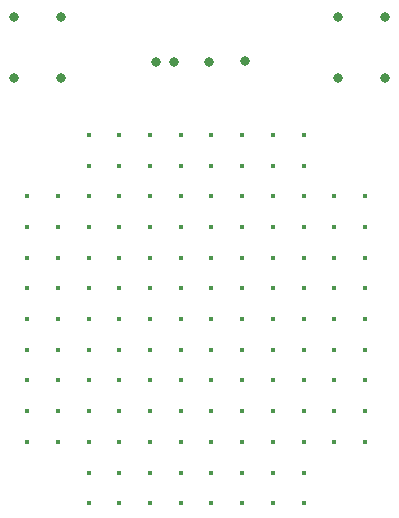
<source format=gbr>
G04 #@! TF.GenerationSoftware,KiCad,Pcbnew,(5.1.9-0-10_14)*
G04 #@! TF.CreationDate,2021-04-12T02:05:24-07:00*
G04 #@! TF.ProjectId,LED_array,4c45445f-6172-4726-9179-2e6b69636164,rev?*
G04 #@! TF.SameCoordinates,Original*
G04 #@! TF.FileFunction,Copper,L3,Inr*
G04 #@! TF.FilePolarity,Positive*
%FSLAX46Y46*%
G04 Gerber Fmt 4.6, Leading zero omitted, Abs format (unit mm)*
G04 Created by KiCad (PCBNEW (5.1.9-0-10_14)) date 2021-04-12 02:05:24*
%MOMM*%
%LPD*%
G01*
G04 APERTURE LIST*
G04 #@! TA.AperFunction,ViaPad*
%ADD10C,0.800000*%
G04 #@! TD*
G04 #@! TA.AperFunction,ViaPad*
%ADD11C,0.400000*%
G04 #@! TD*
G04 APERTURE END LIST*
D10*
X76000000Y-24400000D03*
X72000000Y-24400000D03*
X44600000Y-24400000D03*
X48600000Y-24400000D03*
X58100000Y-28220000D03*
X61110000Y-28210000D03*
X64130000Y-28190000D03*
D11*
X71700000Y-39600000D03*
X45700000Y-39600000D03*
X50900000Y-34400000D03*
X53500000Y-34400000D03*
X56100000Y-34400000D03*
X58700000Y-34400000D03*
X61300000Y-34400000D03*
X63900000Y-34400000D03*
X66500000Y-34400000D03*
X69100000Y-34400000D03*
X50900000Y-39600000D03*
X53500000Y-39600000D03*
X56100000Y-39600000D03*
X58700000Y-39600000D03*
X61300000Y-39600000D03*
X63900000Y-39600000D03*
X66500000Y-39600000D03*
X69100000Y-39600000D03*
X50900000Y-44800000D03*
X53500000Y-44800000D03*
X56100000Y-44800000D03*
X58700000Y-44800000D03*
X61300000Y-44800000D03*
X63900000Y-44800000D03*
X66500000Y-44800000D03*
X69100000Y-44800000D03*
X50900000Y-50000000D03*
X53500000Y-50000000D03*
X56100000Y-50000000D03*
X58700000Y-50000000D03*
X61300000Y-50000000D03*
X63900000Y-50000000D03*
X66500000Y-50000000D03*
X69100000Y-50000000D03*
X50900000Y-55200000D03*
X53500000Y-55200000D03*
X56100000Y-55200000D03*
X58700000Y-55200000D03*
X61300000Y-55200000D03*
X63900000Y-55200000D03*
X66500000Y-55200000D03*
X69100000Y-55200000D03*
X50900000Y-60400000D03*
X53500000Y-60400000D03*
X56100000Y-60400000D03*
X58700000Y-60400000D03*
X61300000Y-60400000D03*
X63900000Y-60400000D03*
X66500000Y-60400000D03*
X69100000Y-60400000D03*
X50900000Y-65600000D03*
X53500000Y-65600000D03*
X56100000Y-65600000D03*
X58700000Y-65600000D03*
X61300000Y-65600000D03*
X63900000Y-65600000D03*
X66500000Y-65600000D03*
X69100000Y-65600000D03*
X48300000Y-39600000D03*
X45700000Y-44800000D03*
X48300000Y-44800000D03*
X45700000Y-50000000D03*
X48300000Y-50000000D03*
X45700000Y-55200000D03*
X48300000Y-55200000D03*
X45700000Y-60400000D03*
X48300000Y-60400000D03*
X74300000Y-39600000D03*
X71700000Y-44800000D03*
X74300000Y-44800000D03*
X71700000Y-50000000D03*
X74300000Y-50000000D03*
X71700000Y-55200000D03*
X74300000Y-55200000D03*
X71700000Y-60400000D03*
X74300000Y-60400000D03*
D10*
X56610000Y-28210000D03*
D11*
X71700000Y-42200000D03*
X45700000Y-42200000D03*
X50900000Y-37010000D03*
X53500000Y-37010000D03*
X56100000Y-37010000D03*
X58700000Y-37010000D03*
X61300000Y-37010000D03*
X63900000Y-37010000D03*
X66500000Y-37010000D03*
X69100000Y-37010000D03*
X50900000Y-42210000D03*
X53500000Y-42210000D03*
X56100000Y-42210000D03*
X58700000Y-42210000D03*
X61300000Y-42210000D03*
X63900000Y-42210000D03*
X66500000Y-42210000D03*
X69100000Y-42210000D03*
X50900000Y-47410000D03*
X53500000Y-47410000D03*
X56100000Y-47410000D03*
X58700000Y-47410000D03*
X61300000Y-47410000D03*
X63900000Y-47410000D03*
X66500000Y-47410000D03*
X69100000Y-47410000D03*
X50900000Y-52610000D03*
X53500000Y-52610000D03*
X56100000Y-52610000D03*
X58700000Y-52610000D03*
X61300000Y-52610000D03*
X63900000Y-52610000D03*
X66500000Y-52610000D03*
X69100000Y-52610000D03*
X50900000Y-57810000D03*
X53500000Y-57810000D03*
X56100000Y-57810000D03*
X58700000Y-57810000D03*
X61300000Y-57810000D03*
X63900000Y-57810000D03*
X66500000Y-57810000D03*
X69100000Y-57810000D03*
X50900000Y-63010000D03*
X53500000Y-63010000D03*
X56100000Y-63010000D03*
X58700000Y-63010000D03*
X61300000Y-63010000D03*
X63900000Y-63010000D03*
X66500000Y-63010000D03*
X69100000Y-63010000D03*
X48300000Y-42200000D03*
X45700000Y-47400000D03*
X48300000Y-47400000D03*
X45700000Y-52600000D03*
X48300000Y-52600000D03*
X45700000Y-57800000D03*
X48300000Y-57800000D03*
X74300000Y-42200000D03*
X71700000Y-47400000D03*
X74300000Y-47400000D03*
X71700000Y-52600000D03*
X74300000Y-52600000D03*
X71700000Y-57800000D03*
X74300000Y-57800000D03*
D10*
X76000000Y-29600000D03*
X72000000Y-29600000D03*
X48600000Y-29600000D03*
X44600000Y-29600000D03*
M02*

</source>
